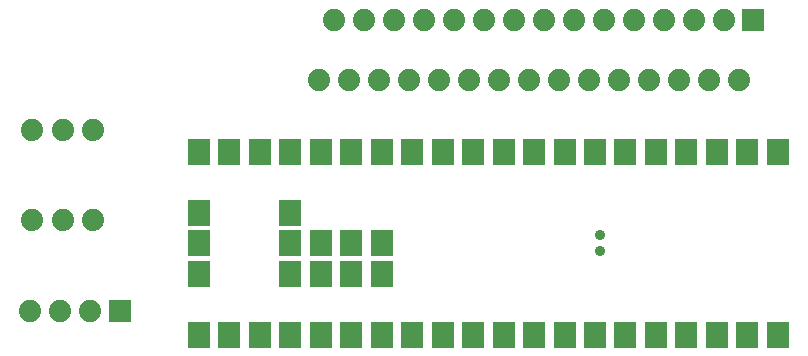
<source format=gbl>
G04 ---------------------------- Layer name :BOTTOM LAYER*
G04 EasyEDA v5.3.14, Thu, 29 Mar 2018 20:23:58 GMT*
G04 Gerber Generator version 0.2*
G04 Scale: 100 percent, Rotated: No, Reflected: No *
G04 Dimensions in millimeters *
G04 leading zeros omitted , absolute positions ,3 integer and 3 decimal *
%FSLAX33Y33*%
%MOMM*%
G90*
G71D02*

%ADD11R,1.880108X1.880108*%
%ADD12C,1.880108*%
%ADD13C,1.879600*%
%ADD14R,1.935480X2.194560*%
%ADD15C,0.904240*%

%LPD*%
G54D11*
G01X62884Y31488D03*
G54D12*
G01X61615Y26410D03*
G01X60345Y31490D03*
G01X59075Y26410D03*
G01X57805Y31490D03*
G01X56535Y26410D03*
G01X55265Y31490D03*
G01X53995Y26410D03*
G01X52725Y31490D03*
G01X51455Y26410D03*
G01X50185Y31490D03*
G01X48915Y26410D03*
G01X47645Y31490D03*
G01X46375Y26410D03*
G01X45105Y31490D03*
G01X43835Y26410D03*
G01X42565Y31490D03*
G01X41295Y26410D03*
G01X40025Y31490D03*
G01X38755Y26410D03*
G01X37485Y31490D03*
G01X36215Y26410D03*
G01X34945Y31490D03*
G01X33675Y26410D03*
G01X32405Y31490D03*
G01X31135Y26410D03*
G01X29865Y31490D03*
G01X28595Y26410D03*
G01X27325Y31490D03*
G01X26055Y26410D03*
G54D13*
G01X1798Y14549D03*
G01X1798Y22169D03*
G01X4389Y14549D03*
G01X4389Y22169D03*
G01X6980Y14549D03*
G01X6980Y22169D03*
G54D14*
G01X64948Y4826D03*
G01X62367Y4826D03*
G01X59787Y4826D03*
G01X57206Y4826D03*
G01X54625Y4826D03*
G01X52045Y4826D03*
G01X49464Y4826D03*
G01X46883Y4826D03*
G01X44303Y4826D03*
G01X41722Y4826D03*
G01X39141Y4826D03*
G01X36561Y4826D03*
G01X33980Y4826D03*
G01X31399Y4826D03*
G01X28819Y4826D03*
G01X26238Y4826D03*
G01X23658Y4826D03*
G01X21077Y4826D03*
G01X18496Y4826D03*
G01X15916Y4826D03*
G01X15916Y9987D03*
G01X15916Y12567D03*
G01X15916Y15148D03*
G01X15916Y20309D03*
G01X18496Y20309D03*
G01X21077Y20309D03*
G01X23658Y20309D03*
G01X26238Y20309D03*
G01X28819Y20309D03*
G01X31399Y20309D03*
G01X33980Y20309D03*
G01X36561Y20309D03*
G01X39141Y20309D03*
G01X41722Y20309D03*
G01X44303Y20309D03*
G01X46883Y20309D03*
G01X49464Y20309D03*
G01X52045Y20309D03*
G01X54625Y20309D03*
G01X57206Y20309D03*
G01X59787Y20309D03*
G01X62367Y20309D03*
G01X64948Y20309D03*
G01X31399Y9987D03*
G01X28819Y9987D03*
G01X26238Y9987D03*
G01X23658Y9987D03*
G01X31399Y12567D03*
G01X28819Y12567D03*
G01X26238Y12567D03*
G01X23658Y12567D03*
G01X23658Y15148D03*
G54D15*
G01X49850Y13213D03*
G01X49850Y11922D03*
G54D11*
G01X9279Y6820D03*
G54D12*
G01X6739Y6819D03*
G01X4199Y6819D03*
G01X1659Y6819D03*
M00*
M02*

</source>
